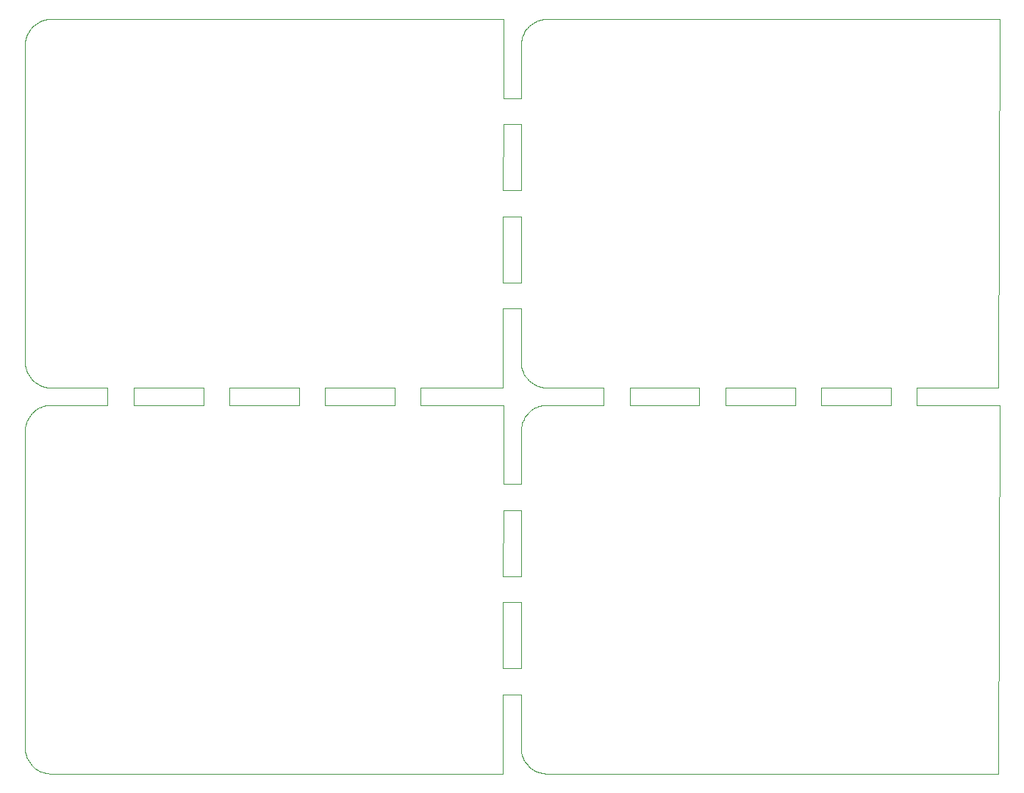
<source format=gbr>
%TF.GenerationSoftware,KiCad,Pcbnew,7.0.9*%
%TF.CreationDate,2024-06-08T21:45:48-04:00*%
%TF.ProjectId,V2 Loop Panel,5632204c-6f6f-4702-9050-616e656c2e6b,rev?*%
%TF.SameCoordinates,Original*%
%TF.FileFunction,Profile,NP*%
%FSLAX46Y46*%
G04 Gerber Fmt 4.6, Leading zero omitted, Abs format (unit mm)*
G04 Created by KiCad (PCBNEW 7.0.9) date 2024-06-08 21:45:48*
%MOMM*%
%LPD*%
G01*
G04 APERTURE LIST*
%TA.AperFunction,Profile*%
%ADD10C,0.100000*%
%TD*%
G04 APERTURE END LIST*
D10*
X92564551Y-60578830D02*
X92624864Y-60724439D01*
X148501000Y-76637997D02*
X149507797Y-76637997D01*
X93043561Y-21112038D02*
X92947948Y-21236643D01*
X152510397Y-107020797D02*
X204510399Y-107010399D01*
X204635398Y-64510399D02*
X195108318Y-64510398D01*
X149837377Y-66148426D02*
X149769760Y-66290188D01*
X151148425Y-20326979D02*
X151010397Y-20401923D01*
X148501000Y-29127598D02*
X148499000Y-29127598D01*
X152352845Y-107016671D02*
X152510397Y-107020797D01*
X94904069Y-106983733D02*
X95060326Y-107004305D01*
X148499000Y-94893197D02*
X147410639Y-94893197D01*
X159027079Y-62509094D02*
X159027079Y-63509898D01*
X150622436Y-65178960D02*
X150503005Y-65280963D01*
X150280962Y-20992607D02*
X150178959Y-21112038D01*
X181081238Y-63509898D02*
X181081238Y-63511898D01*
X93480495Y-106349917D02*
X93605532Y-106445862D01*
X149510397Y-67510398D02*
X149508651Y-73637997D01*
X123945840Y-64510398D02*
X115918761Y-64510398D01*
X94444735Y-62363058D02*
X94595851Y-62407821D01*
X92381093Y-104325072D02*
X92401665Y-104481329D01*
X149699949Y-105089229D02*
X149760262Y-105234838D01*
X93246327Y-106139071D02*
X93360650Y-106247560D01*
X149505624Y-84265597D02*
X148501000Y-84265597D01*
X93035481Y-61394504D02*
X93137838Y-61514349D01*
X92511941Y-104940663D02*
X92564551Y-105089229D01*
X149985665Y-105649979D02*
X150074934Y-105779866D01*
X115918761Y-63509898D02*
X115918761Y-62506290D01*
X149985665Y-61139580D02*
X150074934Y-61269467D01*
X92858987Y-21366082D02*
X92776923Y-21499999D01*
X149912321Y-21499999D02*
X149837377Y-21638027D01*
X92701979Y-66148426D02*
X92634362Y-66290188D01*
X147464330Y-76637997D02*
X148499000Y-76637997D01*
X151435293Y-20199257D02*
X151290187Y-20259362D01*
X147410639Y-94893197D02*
X147433073Y-87265597D01*
X101891681Y-64510398D02*
X95374999Y-64510398D01*
X92767919Y-105515598D02*
X92850267Y-105649979D01*
X134972920Y-63511898D02*
X134972920Y-64510398D01*
X173054159Y-63509898D02*
X173054159Y-62506290D01*
X93367607Y-20770564D02*
X93253678Y-20878678D01*
X151143705Y-62182284D02*
X151285958Y-62250135D01*
X151731249Y-62407821D02*
X151884500Y-62444613D01*
X173054159Y-63511898D02*
X173054159Y-63509898D01*
X149547332Y-67041094D02*
X149526831Y-67196812D01*
X92374999Y-22999999D02*
X92364602Y-59500001D01*
X95374999Y-19999999D02*
X95217991Y-20004110D01*
X112918761Y-63509898D02*
X112918761Y-63511898D01*
X149547332Y-22530695D02*
X149526831Y-22686413D01*
X149612619Y-22223541D02*
X149575954Y-22376264D01*
X137972920Y-62501880D02*
X147375001Y-62500000D01*
X150170879Y-61394504D02*
X150273236Y-61514349D01*
X93487038Y-65178960D02*
X93367607Y-65280963D01*
X148501000Y-73637997D02*
X148499000Y-73637997D01*
X150740930Y-106445862D02*
X150870817Y-106535131D01*
X147375001Y-62500000D02*
X147401816Y-53382798D01*
X159027079Y-64510398D02*
X152510397Y-64510398D01*
X152195724Y-62493906D02*
X152352845Y-62506272D01*
X95374999Y-62510398D02*
X101891681Y-62509094D01*
X149504125Y-104167951D02*
X149516491Y-104325072D01*
X149565784Y-60125897D02*
X149602576Y-60279148D01*
X94905695Y-64547333D02*
X94751264Y-64575955D01*
X151886662Y-64575955D02*
X151733939Y-64612620D01*
X137972920Y-63511898D02*
X137972920Y-63509898D01*
X162027079Y-64510398D02*
X162027079Y-63511898D01*
X149514508Y-67353390D02*
X149510397Y-67510398D01*
X149537063Y-59970930D02*
X149565784Y-60125897D01*
X147473154Y-29127598D02*
X147500000Y-20000000D01*
X150876480Y-64994386D02*
X150747041Y-65083347D01*
X94751264Y-64575955D02*
X94598541Y-64612620D01*
X93605532Y-61935463D02*
X93735419Y-62024732D01*
X149647339Y-104940663D02*
X149699949Y-105089229D01*
X150389076Y-65389077D02*
X150280962Y-65503006D01*
X92624864Y-105234838D02*
X92692715Y-105377091D01*
X92368727Y-59657552D02*
X92381093Y-59814673D01*
X151010397Y-64912322D02*
X150876480Y-64994386D01*
X92477221Y-22223541D02*
X92440556Y-22376264D01*
X148499000Y-97893197D02*
X148501000Y-97893197D01*
X148499000Y-39755198D02*
X147441896Y-39755198D01*
X147500000Y-64510399D02*
X137972920Y-64510398D01*
X95374999Y-107020797D02*
X147375001Y-107010399D01*
X94154789Y-20259362D02*
X94013027Y-20326979D01*
X123945840Y-62504684D02*
X123945840Y-63509898D01*
X149514508Y-22842991D02*
X149510397Y-22999999D01*
X94598541Y-20102221D02*
X94447948Y-20146829D01*
X147441896Y-84265597D02*
X147464330Y-76637997D01*
X94749102Y-62444613D02*
X94904069Y-62473334D01*
X94008307Y-106692683D02*
X94150560Y-106760534D01*
X149709655Y-66435294D02*
X149657227Y-66583347D01*
X134972920Y-62502479D02*
X134972920Y-63509898D01*
X147401816Y-53382798D02*
X148499000Y-53382798D01*
X123945840Y-63511898D02*
X123945840Y-64510398D01*
X151884500Y-62444613D02*
X152039467Y-62473334D01*
X151435293Y-64709656D02*
X151290187Y-64769761D01*
X151285958Y-106760534D02*
X151431567Y-106820847D01*
X149502597Y-50382798D02*
X148501000Y-50382798D01*
X149769760Y-21779789D02*
X149709655Y-21924895D01*
X150622436Y-20668561D02*
X150503005Y-20770564D01*
X93035481Y-105904903D02*
X93137838Y-106024748D01*
X149500000Y-104010400D02*
X149504125Y-104167951D01*
X150074934Y-105779866D02*
X150170879Y-105904903D01*
X149502597Y-94893197D02*
X148501000Y-94893197D01*
X95060326Y-62493906D02*
X95217447Y-62506272D01*
X93741082Y-20483987D02*
X93611643Y-20572948D01*
X93246327Y-61628672D02*
X93360650Y-61737161D01*
X93874999Y-20401923D02*
X93741082Y-20483987D01*
X104891681Y-63509898D02*
X104891681Y-62508495D01*
X92511941Y-60430264D02*
X92564551Y-60578830D01*
X93480495Y-61839518D02*
X93605532Y-61935463D01*
X92411934Y-22530695D02*
X92391433Y-22686413D01*
X94444735Y-106873457D02*
X94595851Y-106918220D01*
X148501000Y-84265597D02*
X148499000Y-84265597D01*
X150273236Y-106024748D02*
X150381725Y-106139071D01*
X184081238Y-63509898D02*
X184081238Y-62504085D01*
X152039467Y-106983733D02*
X152195724Y-107004305D01*
X92939536Y-61269467D02*
X93035481Y-61394504D01*
X149508651Y-73637997D02*
X148501000Y-73637997D01*
X126945840Y-62504085D02*
X134972920Y-62502479D01*
X92574257Y-21924895D02*
X92521829Y-22072948D01*
X93735419Y-106535131D02*
X93869800Y-106617479D01*
X192108318Y-63511898D02*
X192108318Y-64510398D01*
X93137838Y-61514349D02*
X93246327Y-61628672D01*
X184081238Y-64510398D02*
X184081238Y-63511898D01*
X149709655Y-21924895D02*
X149657227Y-22072948D01*
X149504125Y-59657552D02*
X149516491Y-59814673D01*
X94150560Y-106760534D02*
X94296169Y-106820847D01*
X150503005Y-65280963D02*
X150389076Y-65389077D01*
X150496048Y-106247560D02*
X150615893Y-106349917D01*
X152510397Y-19999999D02*
X152353389Y-20004110D01*
X159027079Y-63511898D02*
X159027079Y-64510398D01*
X152510397Y-62510398D02*
X159027079Y-62509094D01*
X93137838Y-106024748D02*
X93246327Y-106139071D01*
X94296169Y-62310448D02*
X94444735Y-62363058D01*
X94595851Y-62407821D02*
X94749102Y-62444613D01*
X204510399Y-107010399D02*
X204635398Y-64510399D01*
X149507797Y-76637997D02*
X149505624Y-84265597D01*
X126945840Y-64510398D02*
X126945840Y-63511898D01*
X150381725Y-106139071D02*
X150496048Y-106247560D01*
X149903317Y-105515598D02*
X149985665Y-105649979D01*
X195108318Y-63511898D02*
X195108318Y-63509898D01*
X149903317Y-61005199D02*
X149985665Y-61139580D01*
X152196811Y-64526832D02*
X152041093Y-64547333D01*
X151884500Y-106955012D02*
X152039467Y-106983733D01*
X112918761Y-64510398D02*
X104891681Y-64510398D01*
X150178959Y-21112038D02*
X150083346Y-21236643D01*
X92521829Y-66583347D02*
X92477221Y-66733940D01*
X150747041Y-20572948D02*
X150622436Y-20668561D01*
X159027079Y-63509898D02*
X159027079Y-63511898D01*
X104891681Y-62508495D02*
X112918761Y-62506889D01*
X92692715Y-105377091D02*
X92767919Y-105515598D01*
X147464330Y-32127598D02*
X148499000Y-32127598D01*
X151285958Y-62250135D02*
X151431567Y-62310448D01*
X181081238Y-64510398D02*
X173054159Y-64510398D01*
X93605532Y-106445862D02*
X93735419Y-106535131D01*
X151290187Y-64769761D02*
X151148425Y-64837378D01*
X181081238Y-63511898D02*
X181081238Y-64510398D01*
X149501742Y-53382798D02*
X149500000Y-59500001D01*
X149537063Y-104481329D02*
X149565784Y-104636296D01*
X92521829Y-22072948D02*
X92477221Y-22223541D01*
X148501000Y-97893197D02*
X149501742Y-97893197D01*
X149699949Y-60578830D02*
X149760262Y-60724439D01*
X150273236Y-61514349D02*
X150381725Y-61628672D01*
X92374999Y-67510398D02*
X92364602Y-104010400D01*
X195108318Y-64510398D02*
X195108318Y-63511898D01*
X126945840Y-63509898D02*
X126945840Y-62504085D01*
X162027079Y-63509898D02*
X162027079Y-62508495D01*
X92776923Y-66010398D02*
X92701979Y-66148426D01*
X150870817Y-62024732D02*
X151005198Y-62107080D01*
X92701979Y-21638027D02*
X92634362Y-21779789D01*
X92947948Y-65747042D02*
X92858987Y-65876481D01*
X101891681Y-63511898D02*
X101891681Y-64510398D01*
X137972920Y-63509898D02*
X137972920Y-62501880D01*
X92634362Y-66290188D02*
X92574257Y-66435294D01*
X93741082Y-64994386D02*
X93611643Y-65083347D01*
X148501000Y-39755198D02*
X148499000Y-39755198D01*
X148499000Y-76637997D02*
X148501000Y-76637997D01*
X92467178Y-60279148D02*
X92511941Y-60430264D01*
X149516491Y-104325072D02*
X149537063Y-104481329D01*
X150170879Y-105904903D02*
X150273236Y-106024748D01*
X92401665Y-104481329D02*
X92430386Y-104636296D01*
X94299895Y-20199257D02*
X94154789Y-20259362D01*
X95061413Y-20016433D02*
X94905695Y-20036934D01*
X150747041Y-65083347D02*
X150622436Y-65178960D01*
X93874999Y-64912322D02*
X93741082Y-64994386D01*
X147433073Y-42755198D02*
X148499000Y-42755198D01*
X93145564Y-65503006D02*
X93043561Y-65622437D01*
X149760262Y-105234838D02*
X149828113Y-105377091D01*
X152510397Y-64510398D02*
X152353389Y-64514509D01*
X115918761Y-63511898D02*
X115918761Y-63509898D01*
X173054159Y-64510398D02*
X173054159Y-63511898D01*
X150503005Y-20770564D02*
X150389076Y-20878678D01*
X94299895Y-64709656D02*
X94154789Y-64769761D01*
X147473154Y-73637997D02*
X147500000Y-64510399D01*
X149516491Y-59814673D02*
X149537063Y-59970930D01*
X152041093Y-20036934D02*
X151886662Y-20065556D01*
X148501000Y-42755198D02*
X149504769Y-42755198D01*
X93611643Y-65083347D02*
X93487038Y-65178960D01*
X92440556Y-66886663D02*
X92411934Y-67041094D01*
X151733939Y-20102221D02*
X151583346Y-20146829D01*
X151148425Y-64837378D02*
X151010397Y-64912322D01*
X152195724Y-107004305D02*
X152352845Y-107016671D01*
X112918761Y-62506889D02*
X112918761Y-63509898D01*
X92364602Y-59500001D02*
X92368727Y-59657552D01*
X93869800Y-62107080D02*
X94008307Y-62182284D01*
X92477221Y-66733940D02*
X92440556Y-66886663D01*
X151733939Y-64612620D02*
X151583346Y-64657228D01*
X94905695Y-20036934D02*
X94751264Y-20065556D01*
X104891681Y-64510398D02*
X104891681Y-63511898D01*
X152039467Y-62473334D02*
X152195724Y-62493906D01*
X149510397Y-22999999D02*
X149508651Y-29127598D01*
X204635398Y-20000000D02*
X152510397Y-19999999D01*
X149657227Y-22072948D02*
X149612619Y-22223541D01*
X150381725Y-61628672D02*
X150496048Y-61737161D01*
X150178959Y-65622437D02*
X150083346Y-65747042D01*
X149994385Y-65876481D02*
X149912321Y-66010398D01*
X162027079Y-62508495D02*
X170054159Y-62506889D01*
X149501742Y-97893197D02*
X149500000Y-104010400D01*
X94013027Y-64837378D02*
X93874999Y-64912322D01*
X149565784Y-104636296D02*
X149602576Y-104789547D01*
X101891681Y-62509094D02*
X101891681Y-63509898D01*
X148499000Y-32127598D02*
X148501000Y-32127598D01*
X149602576Y-104789547D02*
X149647339Y-104940663D01*
X126945840Y-63511898D02*
X126945840Y-63509898D01*
X192108318Y-64510398D02*
X184081238Y-64510398D01*
X150496048Y-61737161D02*
X150615893Y-61839518D01*
X92574257Y-66435294D02*
X92521829Y-66583347D01*
X93360650Y-61737161D02*
X93480495Y-61839518D01*
X184081238Y-62504085D02*
X192108318Y-62502479D01*
X170054159Y-62506889D02*
X170054159Y-63509898D01*
X184081238Y-63511898D02*
X184081238Y-63509898D01*
X148501000Y-94893197D02*
X148499000Y-94893197D01*
X147410639Y-50382798D02*
X147433073Y-42755198D01*
X92850267Y-61139580D02*
X92939536Y-61269467D01*
X134972920Y-64510398D02*
X126945840Y-64510398D01*
X149828113Y-105377091D02*
X149903317Y-105515598D01*
X152196811Y-20016433D02*
X152041093Y-20036934D01*
X148501000Y-53382798D02*
X149501742Y-53382798D01*
X94154789Y-64769761D02*
X94013027Y-64837378D01*
X148499000Y-87265597D02*
X148501000Y-87265597D01*
X195108318Y-62501880D02*
X204510399Y-62500000D01*
X151431567Y-106820847D02*
X151580133Y-106873457D01*
X94595851Y-106918220D02*
X94749102Y-106955012D01*
X94296169Y-106820847D02*
X94444735Y-106873457D01*
X93367607Y-65280963D02*
X93253678Y-65389077D01*
X151005198Y-62107080D02*
X151143705Y-62182284D01*
X204510399Y-62500000D02*
X204635398Y-20000000D01*
X149507797Y-32127598D02*
X149505624Y-39755198D01*
X92692715Y-60866692D02*
X92767919Y-61005199D01*
X95217991Y-64514509D02*
X95061413Y-64526832D01*
X150615893Y-61839518D02*
X150740930Y-61935463D01*
X147441896Y-39755198D02*
X147464330Y-32127598D01*
X115918761Y-62506290D02*
X123945840Y-62504684D01*
X92776923Y-21499999D02*
X92701979Y-21638027D01*
X149575954Y-66886663D02*
X149547332Y-67041094D01*
X92401665Y-59970930D02*
X92430386Y-60125897D01*
X93253678Y-20878678D02*
X93145564Y-20992607D01*
X92430386Y-60125897D02*
X92467178Y-60279148D01*
X181081238Y-62504684D02*
X181081238Y-63509898D01*
X92947948Y-21236643D02*
X92858987Y-21366082D01*
X93253678Y-65389077D02*
X93145564Y-65503006D01*
X151731249Y-106918220D02*
X151884500Y-106955012D01*
X149575954Y-22376264D02*
X149547332Y-22530695D01*
X149526831Y-22686413D02*
X149514508Y-22842991D01*
X93360650Y-106247560D02*
X93480495Y-106349917D01*
X92624864Y-60724439D02*
X92692715Y-60866692D01*
X195108318Y-63509898D02*
X195108318Y-62501880D01*
X170054159Y-64510398D02*
X162027079Y-64510398D01*
X150740930Y-61935463D02*
X150870817Y-62024732D01*
X94447948Y-20146829D02*
X94299895Y-20199257D01*
X92391433Y-67196812D02*
X92379110Y-67353390D01*
X151583346Y-20146829D02*
X151435293Y-20199257D01*
X173054159Y-62506290D02*
X181081238Y-62504684D01*
X148501000Y-50382798D02*
X148499000Y-50382798D01*
X92850267Y-105649979D02*
X92939536Y-105779866D01*
X148501000Y-32127598D02*
X149507797Y-32127598D01*
X94447948Y-64657228D02*
X94299895Y-64709656D01*
X192108318Y-62502479D02*
X192108318Y-63509898D01*
X95061413Y-64526832D02*
X94905695Y-64547333D01*
X93869800Y-106617479D02*
X94008307Y-106692683D01*
X150870817Y-106535131D02*
X151005198Y-106617479D01*
X134972920Y-63509898D02*
X134972920Y-63511898D01*
X92767919Y-61005199D02*
X92850267Y-61139580D01*
X148499000Y-73637997D02*
X147473154Y-73637997D01*
X92440556Y-22376264D02*
X92411934Y-22530695D01*
X149602576Y-60279148D02*
X149647339Y-60430264D01*
X93735419Y-62024732D02*
X93869800Y-62107080D01*
X148499000Y-84265597D02*
X147441896Y-84265597D01*
X94150560Y-62250135D02*
X94296169Y-62310448D01*
X92391433Y-22686413D02*
X92379110Y-22842991D01*
X95217447Y-107016671D02*
X95374999Y-107020797D01*
X148499000Y-42755198D02*
X148501000Y-42755198D01*
X93145564Y-20992607D02*
X93043561Y-21112038D01*
X149837377Y-21638027D02*
X149769760Y-21779789D01*
X92939536Y-105779866D02*
X93035481Y-105904903D01*
X148499000Y-53382798D02*
X148501000Y-53382798D01*
X95374999Y-64510398D02*
X95217991Y-64514509D01*
X152353389Y-64514509D02*
X152196811Y-64526832D01*
X92381093Y-59814673D02*
X92401665Y-59970930D01*
X92364602Y-104010400D02*
X92368727Y-104167951D01*
X148499000Y-29127598D02*
X147473154Y-29127598D01*
X92858987Y-65876481D02*
X92776923Y-66010398D01*
X92467178Y-104789547D02*
X92511941Y-104940663D01*
X112918761Y-63511898D02*
X112918761Y-64510398D01*
X149760262Y-60724439D02*
X149828113Y-60866692D01*
X94008307Y-62182284D02*
X94150560Y-62250135D01*
X149769760Y-66290188D02*
X149709655Y-66435294D01*
X149500000Y-59500001D02*
X149504125Y-59657552D01*
X92411934Y-67041094D02*
X92391433Y-67196812D01*
X150083346Y-65747042D02*
X149994385Y-65876481D01*
X149828113Y-60866692D02*
X149903317Y-61005199D01*
X137972920Y-64510398D02*
X137972920Y-63511898D01*
X151580133Y-106873457D02*
X151731249Y-106918220D01*
X101891681Y-63509898D02*
X101891681Y-63511898D01*
X149504769Y-42755198D02*
X149502597Y-50382798D01*
X149504769Y-87265597D02*
X149502597Y-94893197D01*
X92430386Y-104636296D02*
X92467178Y-104789547D01*
X170054159Y-63511898D02*
X170054159Y-64510398D01*
X94751264Y-20065556D02*
X94598541Y-20102221D01*
X92379110Y-67353390D02*
X92374999Y-67510398D01*
X93611643Y-20572948D02*
X93487038Y-20668561D01*
X94013027Y-20326979D02*
X93874999Y-20401923D01*
X148499000Y-50382798D02*
X147410639Y-50382798D01*
X104891681Y-63511898D02*
X104891681Y-63509898D01*
X92634362Y-21779789D02*
X92574257Y-21924895D01*
X149657227Y-66583347D02*
X149612619Y-66733940D01*
X94904069Y-62473334D02*
X95060326Y-62493906D01*
X149912321Y-66010398D02*
X149837377Y-66148426D01*
X151005198Y-106617479D02*
X151143705Y-106692683D01*
X147375001Y-107010399D02*
X147401816Y-97893197D01*
X94598541Y-64612620D02*
X94447948Y-64657228D01*
X123945840Y-63509898D02*
X123945840Y-63511898D01*
X150074934Y-61269467D02*
X150170879Y-61394504D01*
X93043561Y-65622437D02*
X92947948Y-65747042D01*
X92379110Y-22842991D02*
X92374999Y-22999999D01*
X170054159Y-63509898D02*
X170054159Y-63511898D01*
X151886662Y-20065556D02*
X151733939Y-20102221D01*
X192108318Y-63509898D02*
X192108318Y-63511898D01*
X95217447Y-62506272D02*
X95374999Y-62510398D01*
X149994385Y-21366082D02*
X149912321Y-21499999D01*
X150280962Y-65503006D02*
X150178959Y-65622437D01*
X92368727Y-104167951D02*
X92381093Y-104325072D01*
X147433073Y-87265597D02*
X148499000Y-87265597D01*
X94749102Y-106955012D02*
X94904069Y-106983733D01*
X151431567Y-62310448D02*
X151580133Y-62363058D01*
X149508651Y-29127598D02*
X148501000Y-29127598D01*
X115918761Y-64510398D02*
X115918761Y-63511898D01*
X162027079Y-63511898D02*
X162027079Y-63509898D01*
X92564551Y-105089229D02*
X92624864Y-105234838D01*
X95217991Y-20004110D02*
X95061413Y-20016433D01*
X150083346Y-21236643D02*
X149994385Y-21366082D01*
X93487038Y-20668561D02*
X93367607Y-20770564D01*
X152353389Y-20004110D02*
X152196811Y-20016433D01*
X152041093Y-64547333D02*
X151886662Y-64575955D01*
X149612619Y-66733940D02*
X149575954Y-66886663D01*
X151583346Y-64657228D02*
X151435293Y-64709656D01*
X151010397Y-20401923D02*
X150876480Y-20483987D01*
X147401816Y-97893197D02*
X148499000Y-97893197D01*
X150615893Y-106349917D02*
X150740930Y-106445862D01*
X150389076Y-20878678D02*
X150280962Y-20992607D01*
X151143705Y-106692683D02*
X151285958Y-106760534D01*
X149526831Y-67196812D02*
X149514508Y-67353390D01*
X149505624Y-39755198D02*
X148501000Y-39755198D01*
X95060326Y-107004305D02*
X95217447Y-107016671D01*
X149647339Y-60430264D02*
X149699949Y-60578830D01*
X148501000Y-87265597D02*
X149504769Y-87265597D01*
X152352845Y-62506272D02*
X152510397Y-62510398D01*
X150876480Y-20483987D02*
X150747041Y-20572948D01*
X147500000Y-20000000D02*
X95374999Y-19999999D01*
X151290187Y-20259362D02*
X151148425Y-20326979D01*
X151580133Y-62363058D02*
X151731249Y-62407821D01*
M02*

</source>
